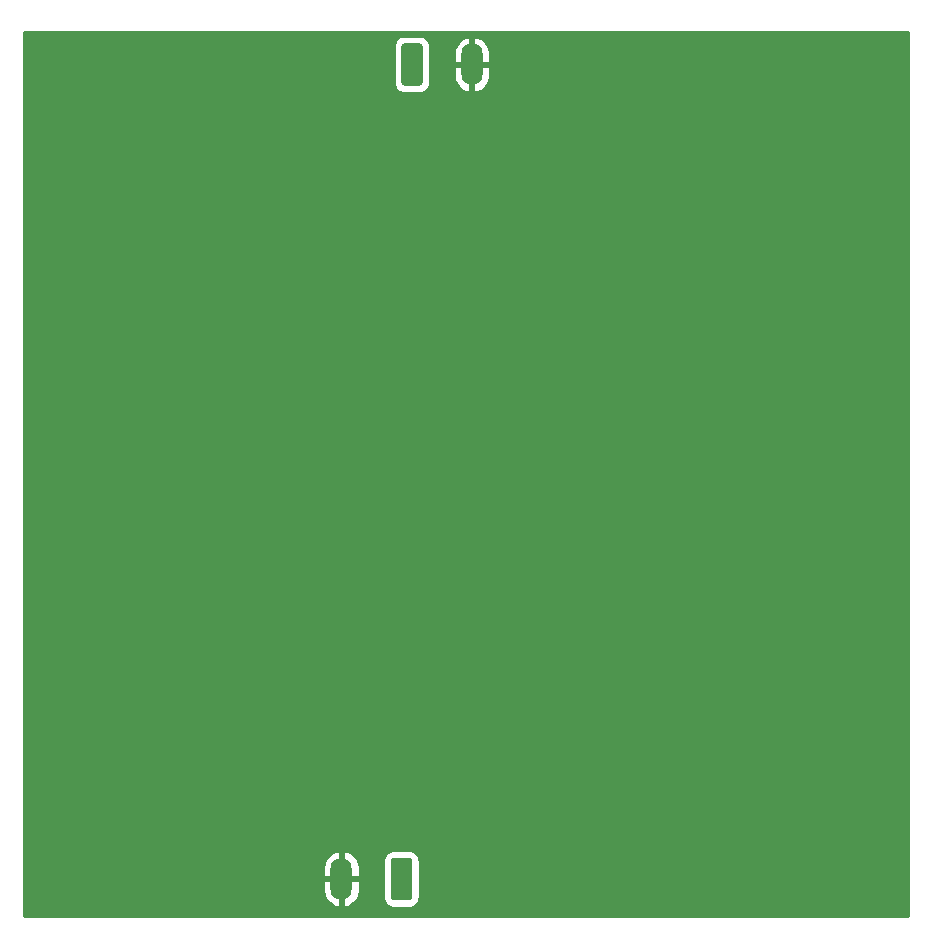
<source format=gbr>
%TF.GenerationSoftware,KiCad,Pcbnew,(5.1.9)-1*%
%TF.CreationDate,2021-03-17T18:47:33-04:00*%
%TF.ProjectId,InverterChargePump,496e7665-7274-4657-9243-686172676550,rev?*%
%TF.SameCoordinates,Original*%
%TF.FileFunction,Copper,L2,Bot*%
%TF.FilePolarity,Positive*%
%FSLAX46Y46*%
G04 Gerber Fmt 4.6, Leading zero omitted, Abs format (unit mm)*
G04 Created by KiCad (PCBNEW (5.1.9)-1) date 2021-03-17 18:47:33*
%MOMM*%
%LPD*%
G01*
G04 APERTURE LIST*
%TA.AperFunction,ComponentPad*%
%ADD10O,1.800000X3.600000*%
%TD*%
%TA.AperFunction,ViaPad*%
%ADD11C,0.800000*%
%TD*%
%TA.AperFunction,ViaPad*%
%ADD12C,2.200000*%
%TD*%
%TA.AperFunction,Conductor*%
%ADD13C,0.254000*%
%TD*%
%TA.AperFunction,Conductor*%
%ADD14C,0.100000*%
%TD*%
G04 APERTURE END LIST*
D10*
%TO.P,JPower1,2*%
%TO.N,GND*%
X135128000Y-64389000D03*
%TO.P,JPower1,1*%
%TO.N,+5V*%
%TA.AperFunction,ComponentPad*%
G36*
G01*
X129148000Y-65939000D02*
X129148000Y-62839000D01*
G75*
G02*
X129398000Y-62589000I250000J0D01*
G01*
X130698000Y-62589000D01*
G75*
G02*
X130948000Y-62839000I0J-250000D01*
G01*
X130948000Y-65939000D01*
G75*
G02*
X130698000Y-66189000I-250000J0D01*
G01*
X129398000Y-66189000D01*
G75*
G02*
X129148000Y-65939000I0J250000D01*
G01*
G37*
%TD.AperFunction*%
%TD*%
%TO.P,JOUt1,2*%
%TO.N,GND*%
X124079000Y-133350000D03*
%TO.P,JOUt1,1*%
%TO.N,Net-(Cout1-Pad1)*%
%TA.AperFunction,ComponentPad*%
G36*
G01*
X130059000Y-131800000D02*
X130059000Y-134900000D01*
G75*
G02*
X129809000Y-135150000I-250000J0D01*
G01*
X128509000Y-135150000D01*
G75*
G02*
X128259000Y-134900000I0J250000D01*
G01*
X128259000Y-131800000D01*
G75*
G02*
X128509000Y-131550000I250000J0D01*
G01*
X129809000Y-131550000D01*
G75*
G02*
X130059000Y-131800000I0J-250000D01*
G01*
G37*
%TD.AperFunction*%
%TD*%
D11*
%TO.N,GND*%
X98494999Y-67081500D03*
X98494999Y-71081500D03*
X98494999Y-75081500D03*
X98494999Y-79081500D03*
X98494999Y-83081500D03*
X98494999Y-87081500D03*
X98494999Y-91081500D03*
X98494999Y-95081500D03*
X98494999Y-99081500D03*
X98494999Y-103081500D03*
X98494999Y-107081500D03*
X98494999Y-111081500D03*
X98494999Y-115081500D03*
X98494999Y-119081500D03*
X98494999Y-123081500D03*
X98494999Y-127081500D03*
X98494999Y-131081500D03*
X100494999Y-65081500D03*
X100494999Y-69081500D03*
X100494999Y-73081500D03*
X100494999Y-77081500D03*
X100494999Y-81081500D03*
X100494999Y-85081500D03*
X100494999Y-89081500D03*
X100494999Y-93081500D03*
X100494999Y-97081500D03*
X100494999Y-101081500D03*
X100494999Y-105081500D03*
X100494999Y-109081500D03*
X100494999Y-113081500D03*
X100494999Y-117081500D03*
X100494999Y-121081500D03*
X100494999Y-125081500D03*
X100494999Y-129081500D03*
X100494999Y-133081500D03*
X102494999Y-63081500D03*
X102494999Y-67081500D03*
X102494999Y-71081500D03*
X102494999Y-75081500D03*
X102494999Y-79081500D03*
X102494999Y-83081500D03*
X102494999Y-87081500D03*
X102494999Y-91081500D03*
X102494999Y-95081500D03*
X102494999Y-99081500D03*
X102494999Y-103081500D03*
X102494999Y-107081500D03*
X102494999Y-111081500D03*
X102494999Y-115081500D03*
X102494999Y-119081500D03*
X102494999Y-123081500D03*
X102494999Y-127081500D03*
X102494999Y-131081500D03*
X102494999Y-135081500D03*
X104494999Y-65081500D03*
X104494999Y-69081500D03*
X104494999Y-73081500D03*
X104494999Y-77081500D03*
X104494999Y-81081500D03*
X104494999Y-85081500D03*
X104494999Y-89081500D03*
X104494999Y-93081500D03*
X104494999Y-97081500D03*
X104494999Y-101081500D03*
X104494999Y-105081500D03*
X104494999Y-109081500D03*
X104494999Y-113081500D03*
X104494999Y-117081500D03*
X104494999Y-121081500D03*
X104494999Y-125081500D03*
X104494999Y-129081500D03*
X104494999Y-133081500D03*
X106494999Y-63081500D03*
X106494999Y-67081500D03*
X106494999Y-71081500D03*
X106494999Y-75081500D03*
X106494999Y-79081500D03*
X106494999Y-83081500D03*
X106494999Y-87081500D03*
X106494999Y-91081500D03*
X106494999Y-95081500D03*
X106494999Y-99081500D03*
X106494999Y-103081500D03*
X106494999Y-107081500D03*
X106494999Y-111081500D03*
X106494999Y-115081500D03*
X106494999Y-119081500D03*
X106494999Y-123081500D03*
X106494999Y-127081500D03*
X106494999Y-131081500D03*
X106494999Y-135081500D03*
X108494999Y-65081500D03*
X108494999Y-69081500D03*
X108494999Y-73081500D03*
X108494999Y-77081500D03*
X108494999Y-81081500D03*
X108494999Y-85081500D03*
X108494999Y-89081500D03*
X108494999Y-93081500D03*
X108494999Y-97081500D03*
X108494999Y-101081500D03*
X108494999Y-105081500D03*
X108494999Y-109081500D03*
X108494999Y-113081500D03*
X108494999Y-117081500D03*
X108494999Y-121081500D03*
X108494999Y-125081500D03*
X108494999Y-129081500D03*
X108494999Y-133081500D03*
X110494999Y-63081500D03*
X110494999Y-67081500D03*
X110494999Y-71081500D03*
X110494999Y-75081500D03*
X110494999Y-79081500D03*
X110494999Y-83081500D03*
X110494999Y-87081500D03*
X110494999Y-91081500D03*
X110494999Y-95081500D03*
X110494999Y-99081500D03*
X110494999Y-103081500D03*
X110494999Y-107081500D03*
X110494999Y-111081500D03*
X110494999Y-115081500D03*
X110494999Y-119081500D03*
X110494999Y-123081500D03*
X110494999Y-127081500D03*
X110494999Y-131081500D03*
X110494999Y-135081500D03*
X112494999Y-65081500D03*
X112494999Y-69081500D03*
X112494999Y-73081500D03*
X112494999Y-77081500D03*
X112494999Y-81081500D03*
X112494999Y-85081500D03*
X112494999Y-89081500D03*
X112494999Y-93081500D03*
X112494999Y-97081500D03*
X112494999Y-101081500D03*
X112494999Y-105081500D03*
X112494999Y-109081500D03*
X112494999Y-113081500D03*
X112494999Y-117081500D03*
X112494999Y-121081500D03*
X112494999Y-125081500D03*
X112494999Y-129081500D03*
X112494999Y-133081500D03*
X114494999Y-63081500D03*
X114494999Y-67081500D03*
X114494999Y-71081500D03*
X114494999Y-75081500D03*
X114494999Y-79081500D03*
X114494999Y-83081500D03*
X114494999Y-87081500D03*
X114494999Y-91081500D03*
X114494999Y-95081500D03*
X114494999Y-99081500D03*
X114494999Y-103081500D03*
X114494999Y-107081500D03*
X114494999Y-111081500D03*
X114494999Y-115081500D03*
X114494999Y-119081500D03*
X114494999Y-123081500D03*
X114494999Y-127081500D03*
X114494999Y-131081500D03*
X114494999Y-135081500D03*
X116494999Y-65081500D03*
X116494999Y-69081500D03*
X116494999Y-73081500D03*
X116494999Y-77081500D03*
X116494999Y-81081500D03*
X116494999Y-85081500D03*
X116494999Y-89081500D03*
X116494999Y-93081500D03*
X116494999Y-97081500D03*
X116494999Y-101081500D03*
X116494999Y-105081500D03*
X116494999Y-109081500D03*
X116494999Y-113081500D03*
X116494999Y-117081500D03*
X116494999Y-121081500D03*
X116494999Y-125081500D03*
X116494999Y-129081500D03*
X116494999Y-133081500D03*
X118494999Y-63081500D03*
X118494999Y-67081500D03*
X118494999Y-71081500D03*
X118494999Y-75081500D03*
X118494999Y-79081500D03*
X118494999Y-83081500D03*
X118494999Y-87081500D03*
X118494999Y-91081500D03*
X118494999Y-95081500D03*
X118494999Y-99081500D03*
X118494999Y-103081500D03*
X118494999Y-107081500D03*
X118494999Y-111081500D03*
X118494999Y-115081500D03*
X118494999Y-119081500D03*
X118494999Y-123081500D03*
X118494999Y-127081500D03*
X118494999Y-131081500D03*
X118494999Y-135081500D03*
X120494999Y-65081500D03*
X120494999Y-69081500D03*
X120494999Y-73081500D03*
X120494999Y-77081500D03*
X120494999Y-81081500D03*
X120494999Y-85081500D03*
X120494999Y-89081500D03*
X120494999Y-93081500D03*
X120494999Y-97081500D03*
X120494999Y-101081500D03*
X120494999Y-105081500D03*
X120494999Y-109081500D03*
X120494999Y-113081500D03*
X120494999Y-117081500D03*
X120494999Y-121081500D03*
X120494999Y-125081500D03*
X120494999Y-129081500D03*
X120494999Y-133081500D03*
X122494999Y-63081500D03*
X122494999Y-67081500D03*
X122494999Y-71081500D03*
X122494999Y-75081500D03*
X122494999Y-79081500D03*
X122494999Y-83081500D03*
X122494999Y-87081500D03*
X122494999Y-91081500D03*
X122494999Y-95081500D03*
X122494999Y-99081500D03*
X122494999Y-103081500D03*
X122494999Y-107081500D03*
X122494999Y-111081500D03*
X122494999Y-115081500D03*
X122494999Y-119081500D03*
X122494999Y-123081500D03*
X122494999Y-127081500D03*
X124494999Y-65081500D03*
X124494999Y-69081500D03*
X124494999Y-73081500D03*
X124494999Y-77081500D03*
X124494999Y-81081500D03*
X124494999Y-85081500D03*
X124494999Y-89081500D03*
X124494999Y-93081500D03*
X124494999Y-97081500D03*
X124494999Y-101081500D03*
X124494999Y-105081500D03*
X124494999Y-109081500D03*
X124494999Y-113081500D03*
X124494999Y-117081500D03*
X124494999Y-121081500D03*
X124494999Y-125081500D03*
X124494999Y-129081500D03*
X126494999Y-95081500D03*
X126494999Y-99081500D03*
X126494999Y-103081500D03*
X134494999Y-68081500D03*
X134494999Y-107081500D03*
X134494999Y-114081500D03*
X134494999Y-118081500D03*
X134494999Y-122081500D03*
X134494999Y-126081500D03*
X134494999Y-130081500D03*
X134494999Y-134081500D03*
X135494999Y-102081500D03*
X136494999Y-105081500D03*
X136494999Y-109081500D03*
X136494999Y-116081500D03*
X136494999Y-120081500D03*
X136494999Y-124081500D03*
X136494999Y-128081500D03*
X136494999Y-132081500D03*
X137494999Y-67081500D03*
X137494999Y-94081500D03*
X137494999Y-112081500D03*
X137494999Y-135081500D03*
X138494999Y-63081500D03*
X138494999Y-97081500D03*
X138494999Y-103081500D03*
X138494999Y-107081500D03*
X138494999Y-118081500D03*
X138494999Y-122081500D03*
X138494999Y-126081500D03*
X138494999Y-130081500D03*
X139494999Y-69081500D03*
X139494999Y-100081500D03*
X139494999Y-110081500D03*
X139494999Y-114081500D03*
X139494999Y-133081500D03*
X140494999Y-65081500D03*
X140494999Y-105081500D03*
X140494999Y-120081500D03*
X140494999Y-124081500D03*
X140494999Y-128081500D03*
X141494999Y-94081500D03*
X141494999Y-102081500D03*
X141494999Y-108081500D03*
X141494999Y-112081500D03*
X141494999Y-116081500D03*
X141494999Y-131081500D03*
X141494999Y-135081500D03*
X142494999Y-63081500D03*
X142494999Y-67081500D03*
X142494999Y-99081500D03*
X142494999Y-122081500D03*
X142494999Y-126081500D03*
X143494999Y-96081500D03*
X143494999Y-104081500D03*
X143494999Y-110081500D03*
X143494999Y-114081500D03*
X143494999Y-118081500D03*
X143494999Y-129081500D03*
X143494999Y-133081500D03*
X144494999Y-65081500D03*
X144494999Y-69081500D03*
X144494999Y-101081500D03*
X144494999Y-107081500D03*
X144494999Y-124081500D03*
X145494999Y-72081500D03*
X145494999Y-76081500D03*
X145494999Y-80081500D03*
X145494999Y-87081500D03*
X145494999Y-91081500D03*
X145494999Y-98081500D03*
X145494999Y-112081500D03*
X145494999Y-116081500D03*
X145494999Y-120081500D03*
X145494999Y-127081500D03*
X145494999Y-131081500D03*
X145494999Y-135081500D03*
X146494999Y-63081500D03*
X146494999Y-67081500D03*
X146494999Y-83081500D03*
X146494999Y-94081500D03*
X146494999Y-103081500D03*
X146494999Y-109081500D03*
X147494999Y-70081500D03*
X147494999Y-74081500D03*
X147494999Y-78081500D03*
X147494999Y-89081500D03*
X147494999Y-100081500D03*
X147494999Y-106081500D03*
X147494999Y-114081500D03*
X147494999Y-118081500D03*
X147494999Y-122081500D03*
X147494999Y-129081500D03*
X147494999Y-133081500D03*
X148494999Y-65081500D03*
X148494999Y-81081500D03*
X148494999Y-85081500D03*
X148494999Y-92081500D03*
X148494999Y-96081500D03*
X148494999Y-111081500D03*
X148494999Y-125081500D03*
X149494999Y-68081500D03*
X149494999Y-72081500D03*
X149494999Y-76081500D03*
X149494999Y-102081500D03*
X149494999Y-108081500D03*
X149494999Y-116081500D03*
X149494999Y-120081500D03*
X149494999Y-131081500D03*
X149494999Y-135081500D03*
X150494999Y-63081500D03*
X150494999Y-79081500D03*
X150494999Y-83081500D03*
X150494999Y-87081500D03*
X150494999Y-94081500D03*
X150494999Y-98081500D03*
X150494999Y-105081500D03*
X150494999Y-113081500D03*
X150494999Y-123081500D03*
X150494999Y-127081500D03*
X151494999Y-66081500D03*
X151494999Y-70081500D03*
X151494999Y-74081500D03*
X151494999Y-90081500D03*
X151494999Y-110081500D03*
X151494999Y-118081500D03*
X151494999Y-133081500D03*
X152494999Y-77081500D03*
X152494999Y-81081500D03*
X152494999Y-85081500D03*
X152494999Y-96081500D03*
X152494999Y-100081500D03*
X152494999Y-107081500D03*
X152494999Y-115081500D03*
X152494999Y-121081500D03*
X152494999Y-125081500D03*
X152494999Y-129081500D03*
X153494999Y-64081500D03*
X153494999Y-68081500D03*
X153494999Y-72081500D03*
X153494999Y-88081500D03*
X153494999Y-92081500D03*
X153494999Y-103081500D03*
X153494999Y-112081500D03*
X153494999Y-135081500D03*
X154494999Y-75081500D03*
X154494999Y-79081500D03*
X154494999Y-83081500D03*
X154494999Y-98081500D03*
X154494999Y-109081500D03*
X154494999Y-117081500D03*
X154494999Y-123081500D03*
X154494999Y-127081500D03*
X154494999Y-131081500D03*
X155494999Y-66081500D03*
X155494999Y-70081500D03*
X155494999Y-86081500D03*
X155494999Y-90081500D03*
X155494999Y-94081500D03*
X155494999Y-101081500D03*
X155494999Y-105081500D03*
X155494999Y-114081500D03*
X155494999Y-120081500D03*
X156494999Y-63081500D03*
X156494999Y-73081500D03*
X156494999Y-77081500D03*
X156494999Y-81081500D03*
X156494999Y-111081500D03*
X156494999Y-125081500D03*
X156494999Y-129081500D03*
X156494999Y-133081500D03*
X157494999Y-68081500D03*
X157494999Y-84081500D03*
X157494999Y-88081500D03*
X157494999Y-92081500D03*
X157494999Y-96081500D03*
X157494999Y-103081500D03*
X157494999Y-107081500D03*
X157494999Y-116081500D03*
X157494999Y-122081500D03*
X158494999Y-65081500D03*
X158494999Y-71081500D03*
X158494999Y-75081500D03*
X158494999Y-79081500D03*
X158494999Y-99081500D03*
X158494999Y-113081500D03*
X158494999Y-119081500D03*
X158494999Y-127081500D03*
X158494999Y-131081500D03*
X158494999Y-135081500D03*
X159494999Y-82081500D03*
X159494999Y-86081500D03*
X159494999Y-90081500D03*
X159494999Y-94081500D03*
X159494999Y-105081500D03*
X159494999Y-109081500D03*
X159494999Y-124081500D03*
X160494999Y-63081500D03*
X160494999Y-67081500D03*
X160494999Y-73081500D03*
X160494999Y-77081500D03*
X160494999Y-97081500D03*
X160494999Y-101081500D03*
X160494999Y-115081500D03*
X160494999Y-121081500D03*
X160494999Y-129081500D03*
X160494999Y-133081500D03*
X161494999Y-70081500D03*
X161494999Y-80081500D03*
X161494999Y-84081500D03*
X161494999Y-88081500D03*
X161494999Y-92081500D03*
X161494999Y-107081500D03*
X161494999Y-111081500D03*
X161494999Y-118081500D03*
X161494999Y-126081500D03*
X162494999Y-65081500D03*
X162494999Y-75081500D03*
X162494999Y-95081500D03*
X162494999Y-99081500D03*
X162494999Y-103081500D03*
X162494999Y-123081500D03*
X162494999Y-131081500D03*
X162494999Y-135081500D03*
X163494999Y-68081500D03*
X163494999Y-72081500D03*
X163494999Y-78081500D03*
X163494999Y-82081500D03*
X163494999Y-86081500D03*
X163494999Y-90081500D03*
X163494999Y-109081500D03*
X163494999Y-113081500D03*
X163494999Y-120081500D03*
X163494999Y-128081500D03*
X164494999Y-63081500D03*
X164494999Y-93081500D03*
X164494999Y-97081500D03*
X164494999Y-101081500D03*
X164494999Y-105081500D03*
X164494999Y-116081500D03*
X164494999Y-125081500D03*
X164494999Y-133081500D03*
X165494999Y-66081500D03*
X165494999Y-70081500D03*
X165494999Y-74081500D03*
X165494999Y-80081500D03*
X165494999Y-84081500D03*
X165494999Y-88081500D03*
X165494999Y-111081500D03*
X165494999Y-122081500D03*
X165494999Y-130081500D03*
X166494999Y-77081500D03*
X166494999Y-91081500D03*
X166494999Y-95081500D03*
X166494999Y-99081500D03*
X166494999Y-103081500D03*
X166494999Y-107081500D03*
X166494999Y-114081500D03*
X166494999Y-118081500D03*
X166494999Y-127081500D03*
X166494999Y-135081500D03*
X167494999Y-64081500D03*
X167494999Y-68081500D03*
X167494999Y-72081500D03*
X167494999Y-82081500D03*
X167494999Y-86081500D03*
X167494999Y-124081500D03*
X167494999Y-132081500D03*
X168494999Y-75081500D03*
X168494999Y-79081500D03*
X168494999Y-89081500D03*
X168494999Y-93081500D03*
X168494999Y-97081500D03*
X168494999Y-101081500D03*
X168494999Y-105081500D03*
X168494999Y-109081500D03*
X168494999Y-116081500D03*
X168494999Y-120081500D03*
X168494999Y-129081500D03*
X169494999Y-66081500D03*
X169494999Y-70081500D03*
X169494999Y-84081500D03*
X169494999Y-112081500D03*
X169494999Y-126081500D03*
X170494999Y-73081500D03*
X170494999Y-77081500D03*
X170494999Y-81081500D03*
X170494999Y-87081500D03*
X170494999Y-91081500D03*
X170494999Y-95081500D03*
X170494999Y-99081500D03*
X170494999Y-103081500D03*
X170494999Y-107081500D03*
X170494999Y-118081500D03*
X170494999Y-122081500D03*
X170494999Y-131081500D03*
D12*
X99060000Y-134620000D03*
X99060000Y-63500000D03*
X170180000Y-63500000D03*
X170180000Y-134620000D03*
%TD*%
D13*
%TO.N,GND*%
X172060000Y-136500000D02*
X97180000Y-136500000D01*
X97180000Y-133477000D01*
X122544000Y-133477000D01*
X122544000Y-134377000D01*
X122598271Y-134674023D01*
X122709446Y-134954751D01*
X122873252Y-135208396D01*
X123083394Y-135425210D01*
X123331796Y-135596862D01*
X123608913Y-135716755D01*
X123714260Y-135741036D01*
X123952000Y-135620378D01*
X123952000Y-133477000D01*
X124206000Y-133477000D01*
X124206000Y-135620378D01*
X124443740Y-135741036D01*
X124549087Y-135716755D01*
X124826204Y-135596862D01*
X125074606Y-135425210D01*
X125284748Y-135208396D01*
X125448554Y-134954751D01*
X125559729Y-134674023D01*
X125614000Y-134377000D01*
X125614000Y-133477000D01*
X124206000Y-133477000D01*
X123952000Y-133477000D01*
X122544000Y-133477000D01*
X97180000Y-133477000D01*
X97180000Y-132323000D01*
X122544000Y-132323000D01*
X122544000Y-133223000D01*
X123952000Y-133223000D01*
X123952000Y-131079622D01*
X124206000Y-131079622D01*
X124206000Y-133223000D01*
X125614000Y-133223000D01*
X125614000Y-132323000D01*
X125559729Y-132025977D01*
X125470237Y-131800000D01*
X127620928Y-131800000D01*
X127620928Y-134900000D01*
X127637992Y-135073254D01*
X127688528Y-135239850D01*
X127770595Y-135393386D01*
X127881038Y-135527962D01*
X128015614Y-135638405D01*
X128169150Y-135720472D01*
X128335746Y-135771008D01*
X128509000Y-135788072D01*
X129809000Y-135788072D01*
X129982254Y-135771008D01*
X130148850Y-135720472D01*
X130302386Y-135638405D01*
X130436962Y-135527962D01*
X130547405Y-135393386D01*
X130629472Y-135239850D01*
X130680008Y-135073254D01*
X130697072Y-134900000D01*
X130697072Y-131800000D01*
X130680008Y-131626746D01*
X130629472Y-131460150D01*
X130547405Y-131306614D01*
X130436962Y-131172038D01*
X130302386Y-131061595D01*
X130148850Y-130979528D01*
X129982254Y-130928992D01*
X129809000Y-130911928D01*
X128509000Y-130911928D01*
X128335746Y-130928992D01*
X128169150Y-130979528D01*
X128015614Y-131061595D01*
X127881038Y-131172038D01*
X127770595Y-131306614D01*
X127688528Y-131460150D01*
X127637992Y-131626746D01*
X127620928Y-131800000D01*
X125470237Y-131800000D01*
X125448554Y-131745249D01*
X125284748Y-131491604D01*
X125074606Y-131274790D01*
X124826204Y-131103138D01*
X124549087Y-130983245D01*
X124443740Y-130958964D01*
X124206000Y-131079622D01*
X123952000Y-131079622D01*
X123714260Y-130958964D01*
X123608913Y-130983245D01*
X123331796Y-131103138D01*
X123083394Y-131274790D01*
X122873252Y-131491604D01*
X122709446Y-131745249D01*
X122598271Y-132025977D01*
X122544000Y-132323000D01*
X97180000Y-132323000D01*
X97180000Y-62839000D01*
X128509928Y-62839000D01*
X128509928Y-65939000D01*
X128526992Y-66112254D01*
X128577528Y-66278850D01*
X128659595Y-66432386D01*
X128770038Y-66566962D01*
X128904614Y-66677405D01*
X129058150Y-66759472D01*
X129224746Y-66810008D01*
X129398000Y-66827072D01*
X130698000Y-66827072D01*
X130871254Y-66810008D01*
X131037850Y-66759472D01*
X131191386Y-66677405D01*
X131325962Y-66566962D01*
X131436405Y-66432386D01*
X131518472Y-66278850D01*
X131569008Y-66112254D01*
X131586072Y-65939000D01*
X131586072Y-64516000D01*
X133593000Y-64516000D01*
X133593000Y-65416000D01*
X133647271Y-65713023D01*
X133758446Y-65993751D01*
X133922252Y-66247396D01*
X134132394Y-66464210D01*
X134380796Y-66635862D01*
X134657913Y-66755755D01*
X134763260Y-66780036D01*
X135001000Y-66659378D01*
X135001000Y-64516000D01*
X135255000Y-64516000D01*
X135255000Y-66659378D01*
X135492740Y-66780036D01*
X135598087Y-66755755D01*
X135875204Y-66635862D01*
X136123606Y-66464210D01*
X136333748Y-66247396D01*
X136497554Y-65993751D01*
X136608729Y-65713023D01*
X136663000Y-65416000D01*
X136663000Y-64516000D01*
X135255000Y-64516000D01*
X135001000Y-64516000D01*
X133593000Y-64516000D01*
X131586072Y-64516000D01*
X131586072Y-63362000D01*
X133593000Y-63362000D01*
X133593000Y-64262000D01*
X135001000Y-64262000D01*
X135001000Y-62118622D01*
X135255000Y-62118622D01*
X135255000Y-64262000D01*
X136663000Y-64262000D01*
X136663000Y-63362000D01*
X136608729Y-63064977D01*
X136497554Y-62784249D01*
X136333748Y-62530604D01*
X136123606Y-62313790D01*
X135875204Y-62142138D01*
X135598087Y-62022245D01*
X135492740Y-61997964D01*
X135255000Y-62118622D01*
X135001000Y-62118622D01*
X134763260Y-61997964D01*
X134657913Y-62022245D01*
X134380796Y-62142138D01*
X134132394Y-62313790D01*
X133922252Y-62530604D01*
X133758446Y-62784249D01*
X133647271Y-63064977D01*
X133593000Y-63362000D01*
X131586072Y-63362000D01*
X131586072Y-62839000D01*
X131569008Y-62665746D01*
X131518472Y-62499150D01*
X131436405Y-62345614D01*
X131325962Y-62211038D01*
X131191386Y-62100595D01*
X131037850Y-62018528D01*
X130871254Y-61967992D01*
X130698000Y-61950928D01*
X129398000Y-61950928D01*
X129224746Y-61967992D01*
X129058150Y-62018528D01*
X128904614Y-62100595D01*
X128770038Y-62211038D01*
X128659595Y-62345614D01*
X128577528Y-62499150D01*
X128526992Y-62665746D01*
X128509928Y-62839000D01*
X97180000Y-62839000D01*
X97180000Y-61620000D01*
X172060001Y-61620000D01*
X172060000Y-136500000D01*
%TA.AperFunction,Conductor*%
D14*
G36*
X172060000Y-136500000D02*
G01*
X97180000Y-136500000D01*
X97180000Y-133477000D01*
X122544000Y-133477000D01*
X122544000Y-134377000D01*
X122598271Y-134674023D01*
X122709446Y-134954751D01*
X122873252Y-135208396D01*
X123083394Y-135425210D01*
X123331796Y-135596862D01*
X123608913Y-135716755D01*
X123714260Y-135741036D01*
X123952000Y-135620378D01*
X123952000Y-133477000D01*
X124206000Y-133477000D01*
X124206000Y-135620378D01*
X124443740Y-135741036D01*
X124549087Y-135716755D01*
X124826204Y-135596862D01*
X125074606Y-135425210D01*
X125284748Y-135208396D01*
X125448554Y-134954751D01*
X125559729Y-134674023D01*
X125614000Y-134377000D01*
X125614000Y-133477000D01*
X124206000Y-133477000D01*
X123952000Y-133477000D01*
X122544000Y-133477000D01*
X97180000Y-133477000D01*
X97180000Y-132323000D01*
X122544000Y-132323000D01*
X122544000Y-133223000D01*
X123952000Y-133223000D01*
X123952000Y-131079622D01*
X124206000Y-131079622D01*
X124206000Y-133223000D01*
X125614000Y-133223000D01*
X125614000Y-132323000D01*
X125559729Y-132025977D01*
X125470237Y-131800000D01*
X127620928Y-131800000D01*
X127620928Y-134900000D01*
X127637992Y-135073254D01*
X127688528Y-135239850D01*
X127770595Y-135393386D01*
X127881038Y-135527962D01*
X128015614Y-135638405D01*
X128169150Y-135720472D01*
X128335746Y-135771008D01*
X128509000Y-135788072D01*
X129809000Y-135788072D01*
X129982254Y-135771008D01*
X130148850Y-135720472D01*
X130302386Y-135638405D01*
X130436962Y-135527962D01*
X130547405Y-135393386D01*
X130629472Y-135239850D01*
X130680008Y-135073254D01*
X130697072Y-134900000D01*
X130697072Y-131800000D01*
X130680008Y-131626746D01*
X130629472Y-131460150D01*
X130547405Y-131306614D01*
X130436962Y-131172038D01*
X130302386Y-131061595D01*
X130148850Y-130979528D01*
X129982254Y-130928992D01*
X129809000Y-130911928D01*
X128509000Y-130911928D01*
X128335746Y-130928992D01*
X128169150Y-130979528D01*
X128015614Y-131061595D01*
X127881038Y-131172038D01*
X127770595Y-131306614D01*
X127688528Y-131460150D01*
X127637992Y-131626746D01*
X127620928Y-131800000D01*
X125470237Y-131800000D01*
X125448554Y-131745249D01*
X125284748Y-131491604D01*
X125074606Y-131274790D01*
X124826204Y-131103138D01*
X124549087Y-130983245D01*
X124443740Y-130958964D01*
X124206000Y-131079622D01*
X123952000Y-131079622D01*
X123714260Y-130958964D01*
X123608913Y-130983245D01*
X123331796Y-131103138D01*
X123083394Y-131274790D01*
X122873252Y-131491604D01*
X122709446Y-131745249D01*
X122598271Y-132025977D01*
X122544000Y-132323000D01*
X97180000Y-132323000D01*
X97180000Y-62839000D01*
X128509928Y-62839000D01*
X128509928Y-65939000D01*
X128526992Y-66112254D01*
X128577528Y-66278850D01*
X128659595Y-66432386D01*
X128770038Y-66566962D01*
X128904614Y-66677405D01*
X129058150Y-66759472D01*
X129224746Y-66810008D01*
X129398000Y-66827072D01*
X130698000Y-66827072D01*
X130871254Y-66810008D01*
X131037850Y-66759472D01*
X131191386Y-66677405D01*
X131325962Y-66566962D01*
X131436405Y-66432386D01*
X131518472Y-66278850D01*
X131569008Y-66112254D01*
X131586072Y-65939000D01*
X131586072Y-64516000D01*
X133593000Y-64516000D01*
X133593000Y-65416000D01*
X133647271Y-65713023D01*
X133758446Y-65993751D01*
X133922252Y-66247396D01*
X134132394Y-66464210D01*
X134380796Y-66635862D01*
X134657913Y-66755755D01*
X134763260Y-66780036D01*
X135001000Y-66659378D01*
X135001000Y-64516000D01*
X135255000Y-64516000D01*
X135255000Y-66659378D01*
X135492740Y-66780036D01*
X135598087Y-66755755D01*
X135875204Y-66635862D01*
X136123606Y-66464210D01*
X136333748Y-66247396D01*
X136497554Y-65993751D01*
X136608729Y-65713023D01*
X136663000Y-65416000D01*
X136663000Y-64516000D01*
X135255000Y-64516000D01*
X135001000Y-64516000D01*
X133593000Y-64516000D01*
X131586072Y-64516000D01*
X131586072Y-63362000D01*
X133593000Y-63362000D01*
X133593000Y-64262000D01*
X135001000Y-64262000D01*
X135001000Y-62118622D01*
X135255000Y-62118622D01*
X135255000Y-64262000D01*
X136663000Y-64262000D01*
X136663000Y-63362000D01*
X136608729Y-63064977D01*
X136497554Y-62784249D01*
X136333748Y-62530604D01*
X136123606Y-62313790D01*
X135875204Y-62142138D01*
X135598087Y-62022245D01*
X135492740Y-61997964D01*
X135255000Y-62118622D01*
X135001000Y-62118622D01*
X134763260Y-61997964D01*
X134657913Y-62022245D01*
X134380796Y-62142138D01*
X134132394Y-62313790D01*
X133922252Y-62530604D01*
X133758446Y-62784249D01*
X133647271Y-63064977D01*
X133593000Y-63362000D01*
X131586072Y-63362000D01*
X131586072Y-62839000D01*
X131569008Y-62665746D01*
X131518472Y-62499150D01*
X131436405Y-62345614D01*
X131325962Y-62211038D01*
X131191386Y-62100595D01*
X131037850Y-62018528D01*
X130871254Y-61967992D01*
X130698000Y-61950928D01*
X129398000Y-61950928D01*
X129224746Y-61967992D01*
X129058150Y-62018528D01*
X128904614Y-62100595D01*
X128770038Y-62211038D01*
X128659595Y-62345614D01*
X128577528Y-62499150D01*
X128526992Y-62665746D01*
X128509928Y-62839000D01*
X97180000Y-62839000D01*
X97180000Y-61620000D01*
X172060001Y-61620000D01*
X172060000Y-136500000D01*
G37*
%TD.AperFunction*%
%TD*%
M02*

</source>
